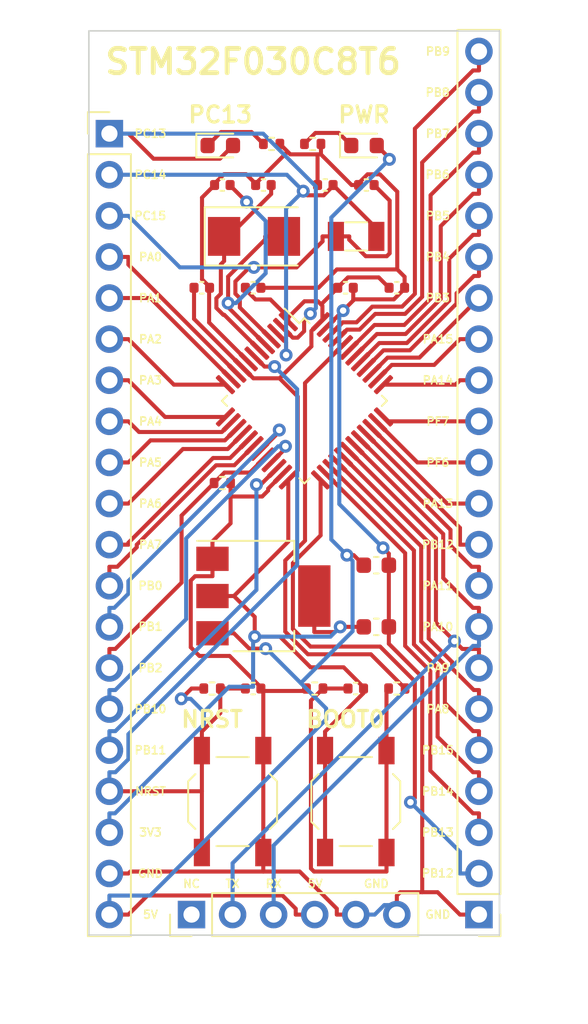
<source format=kicad_pcb>
(kicad_pcb (version 20211014) (generator pcbnew)
  (layers (0 "F.Cu" signal) (31 "B.Cu" signal) (34 "B.Paste" user) (35 "F.Paste" user) (36 "B.SilkS" user "B.Silkscreen") (37 "F.SilkS" user "F.Silkscreen") (38 "B.Mask" user) (39 "F.Mask" user) (44 "Edge.Cuts" user))
  (net 0 "")
  (net 1 "PA9")
  (net 2 "PA10")
  (net 3 "+5V")
  (net 4 "GND")
  (net 6 "PC14")
  (net 7 "PC15")
  (net 8 "PF0")
  (net 9 "PF1")
  (net 10 "Net-(C5-Pad1)")
  (net 11 "+3.3V")
  (net 12 "PB2")
  (net 13 "BOOT0")
  (net 14 "PC13")
  (net 15 "NRST")
  (net 16 "PA0")
  (net 17 "PA1")
  (net 18 "PA2")
  (net 19 "PA3")
  (net 20 "PA4")
  (net 21 "PA5")
  (net 22 "PA6")
  (net 23 "PA7")
  (net 24 "PB0")
  (net 25 "PB1")
  (net 26 "PB10")
  (net 27 "PB11")
  (net 28 "PB12")
  (net 29 "PB13")
  (net 30 "PB14")
  (net 31 "PB15")
  (net 32 "PA8")
  (net 33 "PA11")
  (net 34 "PA12")
  (net 35 "PA13")
  (net 36 "PF6")
  (net 37 "PF7")
  (net 38 "PA14")
  (net 39 "PA15")
  (net 40 "PB3")
  (net 41 "PB4")
  (net 42 "PB5")
  (net 43 "PB6")
  (net 44 "PB7")
  (net 45 "PB8")
  (net 46 "PB9")
  (net 47 "Net-(D1-Pad1)")
  (net 48 "Net-(D2-Pad1)")
  (footprint "Connector_PinHeader_2.54mm:PinHeader_1x20_P2.54mm_Vertical" (layer "F.Cu") (at 133.985 83.82)
    (fp_text reference "CH1" hide)
    (fp_text value "Conn_01x20_Male")
  )
  (footprint "Capacitor_SMD:C_0402_1005Metric" (layer "F.Cu") (at 140.97 86.995)
    (fp_text reference "C3" hide)
    (fp_text value "30pF")
  )
  (footprint "Package_QFP:LQFP-48_7x7mm_P0.5mm" (layer "F.Cu") (at 146.05 100.33 -45)
    (fp_text reference "U1" hide)
    (fp_text value "STM32F030C8T6")
  )
  (footprint "Resistor_SMD:R_0402_1005Metric" (layer "F.Cu") (at 140.335 118.11)
    (fp_text reference "R6" hide)
    (fp_text value "100KΩ")
  )
  (footprint "Resistor_SMD:R_0402_1005Metric" (layer "F.Cu") (at 140.97 105.41 180)
    (fp_text reference "R1" hide)
    (fp_text value "10KΩ")
  )
  (footprint "Resistor_SMD:R_0402_1005Metric" (layer "F.Cu") (at 144.02 84.455)
    (fp_text reference "R4" hide)
    (fp_text value "10KΩ")
  )
  (footprint "Button_Switch_SMD:SW_SPST_TL3342" (layer "F.Cu") (at 141.605 125.095 -90)
    (fp_text reference "SW1" hide)
    (fp_text value "SW_Push")
  )
  (footprint "Capacitor_SMD:C_0402_1005Metric" (layer "F.Cu") (at 149.225 118.11)
    (fp_text reference "C5" hide)
    (fp_text value "100nF")
  )
  (footprint "Connector_PinHeader_2.54mm:PinHeader_1x06_P2.54mm_Vertical" (layer "F.Cu") (at 139.065 132.08 90)
    (fp_text reference "UART1" hide)
    (fp_text value "Conn_01x06_Male")
  )
  (footprint "LED_SMD:LED_0603_1608Metric" (layer "F.Cu") (at 149.735 84.555)
    (fp_text reference "D2" hide)
    (fp_text value "19-217/GHC-YR1S2/3T")
  )
  (footprint "Capacitor_SMD:C_0402_1005Metric" (layer "F.Cu") (at 147.34 86.995)
    (fp_text reference "C1" hide)
    (fp_text value "15pF")
  )
  (footprint "Capacitor_SMD:C_0402_1005Metric" (layer "F.Cu") (at 151.765 93.345)
    (fp_text reference "C10" hide)
    (fp_text value "100nF")
  )
  (footprint "Capacitor_SMD:C_0402_1005Metric" (layer "F.Cu") (at 143.51 86.995)
    (fp_text reference "C4" hide)
    (fp_text value "30pF")
  )
  (footprint "Capacitor_SMD:C_0402_1005Metric" (layer "F.Cu") (at 148.59 93.345)
    (fp_text reference "C9" hide)
    (fp_text value "100nF")
  )
  (footprint "LED_SMD:LED_0603_1608Metric" (layer "F.Cu") (at 140.845 84.555)
    (fp_text reference "D1" hide)
    (fp_text value "19-217/BHC-ZL1M2RY/3T")
  )
  (footprint "Resistor_SMD:R_0402_1005Metric" (layer "F.Cu") (at 146.56 84.455)
    (fp_text reference "R5" hide)
    (fp_text value "10KΩ")
  )
  (footprint "Resistor_SMD:R_0402_1005Metric" (layer "F.Cu") (at 151.765 118.11)
    (fp_text reference "R3" hide)
    (fp_text value "1KΩ")
  )
  (footprint "Capacitor_SMD:C_0402_1005Metric" (layer "F.Cu") (at 142.875 93.345)
    (fp_text reference "C8" hide)
    (fp_text value "100nF")
  )
  (footprint "Capacitor_SMD:C_0402_1005Metric" (layer "F.Cu") (at 149.88 86.995)
    (fp_text reference "C2" hide)
    (fp_text value "15pF")
  )
  (footprint "Capacitor_SMD:C_0402_1005Metric" (layer "F.Cu") (at 139.7 93.345)
    (fp_text reference "C7" hide)
    (fp_text value "100nF")
  )
  (footprint "Resistor_SMD:R_0402_1005Metric" (layer "F.Cu") (at 146.685 118.11)
    (fp_text reference "R2" hide)
    (fp_text value "100KΩ")
  )
  (footprint "Capacitor_SMD:C_0603_1608Metric" (layer "F.Cu") (at 150.495 114.3)
    (fp_text reference "C12" hide)
    (fp_text value "22μF")
  )
  (footprint "Crystal:Crystal_SMD_3215-2Pin_3.2x1.5mm" (layer "F.Cu") (at 149.245 90.17 180)
    (fp_text reference "XTAL1" hide)
    (fp_text value "32.768KHz")
  )
  (footprint "Capacitor_SMD:C_0603_1608Metric" (layer "F.Cu") (at 150.495 110.49)
    (fp_text reference "C11" hide)
    (fp_text value "10μF")
  )
  (footprint "Capacitor_SMD:C_0402_1005Metric" (layer "F.Cu") (at 142.875 118.11)
    (fp_text reference "C13" hide)
    (fp_text value "100nF")
  )
  (footprint "Connector_PinHeader_2.54mm:PinHeader_1x22_P2.54mm_Vertical" (layer "F.Cu") (at 156.845 132.08 180)
    (fp_text reference "CH2" hide)
    (fp_text value "Conn_01x22_Male")
  )
  (footprint "Package_TO_SOT_SMD:SOT-223-3_TabPin2" (layer "F.Cu") (at 143.51 112.395)
    (fp_text reference "U2" hide)
    (fp_text value "AMS1117-3.3")
  )
  (footprint "Button_Switch_SMD:SW_SPST_TL3342" (layer "F.Cu") (at 149.225 125.095 90)
    (fp_text reference "SW2" hide)
    (fp_text value "SW_Push")
  )
  (footprint "Crystal:Crystal_SMD_5032-2Pin_5.0x3.2mm" (layer "F.Cu") (at 142.93 90.17)
    (fp_text reference "XTAL2" hide)
    (fp_text value "8MHz")
  )
  (gr_rect (start 132.715 77.47) (end 158.115 133.35) (layer "Edge.Cuts") (width 0.1) (fill none))
  (gr_text "PA9\n" (at 154.305 116.84) (layer "F.SilkS") (effects (font (size 0.5 0.5) (thickness 0.1))))
  (gr_text "PA6" (at 136.525 106.68) (layer "F.SilkS") (effects (font (size 0.5 0.5) (thickness 0.1))))
  (gr_text "PB1\n" (at 136.524999 114.283798) (layer "F.SilkS") (effects (font (size 0.5 0.5) (thickness 0.1))))
  (gr_text "PB0" (at 136.525 111.76) (layer "F.SilkS") (effects (font (size 0.5 0.5) (thickness 0.1))))
  (gr_text "PB2" (at 136.525 116.84) (layer "F.SilkS") (effects (font (size 0.5 0.5) (thickness 0.1))))
  (gr_text "STM32F030C8T6" (at 142.875 79.375) (layer "F.SilkS") (effects (font (size 1.5 1.5) (thickness 0.3))))
  (gr_text "NC" (at 139.065 130.175) (layer "F.SilkS") (effects (font (size 0.5 0.5) (thickness 0.1))))
  (gr_text "RX" (at 144.145 130.175) (layer "F.SilkS") (effects (font (size 0.5 0.5) (thickness 0.1))))
  (gr_text "PB10" (at 136.525 119.38) (layer "F.SilkS") (effects (font (size 0.5 0.5) (thickness 0.1))))
  (gr_text "PB9\n" (at 154.305 78.74) (layer "F.SilkS") (effects (font (size 0.5 0.5) (thickness 0.1))))
  (gr_text "PA7" (at 136.525 109.22) (layer "F.SilkS") (effects (font (size 0.5 0.5) (thickness 0.1))))
  (gr_text "PA15\n" (at 154.305 96.52) (layer "F.SilkS") (effects (font (size 0.5 0.5) (thickness 0.1))))
  (gr_text "TX" (at 141.605 130.175) (layer "F.SilkS") (effects (font (size 0.5 0.5) (thickness 0.1))))
  (gr_text "PB3\n" (at 154.302721 93.973755) (layer "F.SilkS") (effects (font (size 0.5 0.5) (thickness 0.1))))
  (gr_text "GND" (at 150.495 130.175) (layer "F.SilkS") (effects (font (size 0.5 0.5) (thickness 0.1))))
  (gr_text "PA11" (at 154.305 111.76) (layer "F.SilkS") (effects (font (size 0.5 0.5) (thickness 0.1))))
  (gr_text "PA14" (at 154.305 99.06) (layer "F.SilkS") (effects (font (size 0.5 0.5) (thickness 0.1))))
  (gr_text "PA0" (at 136.525 91.44) (layer "F.SilkS") (effects (font (size 0.5 0.5) (thickness 0.1))))
  (gr_text "PB14\n" (at 154.305 124.46) (layer "F.SilkS") (effects (font (size 0.5 0.5) (thickness 0.1))))
  (gr_text "PF7\n" (at 154.305 101.6) (layer "F.SilkS") (effects (font (size 0.5 0.5) (thickness 0.1))))
  (gr_text "PB12\n" (at 154.296349 129.526498) (layer "F.SilkS") (effects (font (size 0.5 0.5) (thickness 0.1))))
  (gr_text "PC14" (at 136.525 86.36) (layer "F.SilkS") (effects (font (size 0.5 0.5) (thickness 0.1))))
  (gr_text "GND" (at 136.525 129.54) (layer "F.SilkS") (effects (font (size 0.5 0.5) (thickness 0.1))))
  (gr_text "PB12" (at 154.305 109.22) (layer "F.SilkS") (effects (font (size 0.5 0.5) (thickness 0.1))))
  (gr_text "PB13\n" (at 154.305 127) (layer "F.SilkS") (effects (font (size 0.5 0.5) (thickness 0.1))))
  (gr_text "5V" (at 136.525 132.08) (layer "F.SilkS") (effects (font (size 0.5 0.5) (thickness 0.1))))
  (gr_text "PA13" (at 154.305 106.68) (layer "F.SilkS") (effects (font (size 0.5 0.5) (thickness 0.1))))
  (gr_text "5V" (at 146.715 130.175) (layer "F.SilkS") (effects (font (size 0.5 0.5) (thickness 0.1))))
  (gr_text "PB6\n" (at 154.289324 86.35288) (layer "F.SilkS") (effects (font (size 0.5 0.5) (thickness 0.1))))
  (gr_text "PA3" (at 136.519599 99.058016) (layer "F.SilkS") (effects (font (size 0.5 0.5) (thickness 0.1))))
  (gr_text "PB8" (at 154.289324 81.273406) (layer "F.SilkS") (effects (font (size 0.5 0.5) (thickness 0.1))))
  (gr_text "PB7\n" (at 154.305 83.82) (layer "F.SilkS") (effects (font (size 0.5 0.5) (thickness 0.1))))
  (gr_text "PB11" (at 136.525 121.92) (layer "F.SilkS") (effects (font (size 0.5 0.5) (thickness 0.1))))
  (gr_text "PA4" (at 136.525 101.6) (layer "F.SilkS") (effects (font (size 0.5 0.5) (thickness 0.1))))
  (gr_text "PA10\n" (at 154.305 114.3) (layer "F.SilkS") (effects (font (size 0.5 0.5) (thickness 0.1))))
  (gr_text "PC15" (at 136.512024 88.899474) (layer "F.SilkS") (effects (font (size 0.5 0.5) (thickness 0.1))))
  (gr_text "PB5\n" (at 154.305 88.9) (layer "F.SilkS") (effects (font (size 0.5 0.5) (thickness 0.1))))
  (gr_text "NRST" (at 140.335 120.015) (layer "F.SilkS") (effects (font (size 1 1) (thickness 0.2))))
  (gr_text "PB15" (at 154.305 121.92) (layer "F.SilkS") (effects (font (size 0.5 0.5) (thickness 0.1))))
  (gr_text "PA1" (at 136.525 93.98) (layer "F.SilkS") (effects (font (size 0.5 0.5) (thickness 0.1))))
  (gr_text "PC13" (at 140.845 82.65) (layer "F.SilkS") (effects (font (size 1 1) (thickness 0.2))))
  (gr_text "PA5" (at 136.525 104.14) (layer "F.SilkS") (effects (font (size 0.5 0.5) (thickness 0.1))))
  (gr_text "BOOT0" (at 148.59 120.015) (layer "F.SilkS") (effects (font (size 1 1) (thickness 0.2))))
  (gr_text "NRST" (at 136.525 124.46) (layer "F.SilkS") (effects (font (size 0.5 0.5) (thickness 0.1))))
  (gr_text "PA2" (at 136.525 96.52) (layer "F.SilkS") (effects (font (size 0.5 0.5) (thickness 0.1))))
  (gr_text "PB4\n" (at 154.305 91.44) (layer "F.SilkS") (effects (font (size 0.5 0.5) (thickness 0.1))))
  (gr_text "PF6\n" (at 154.305 104.14) (layer "F.SilkS") (effects (font (size 0.5 0.5) (thickness 0.1))))
  (gr_text "PWR" (at 149.735 82.65) (layer "F.SilkS") (effects (font (size 1 1) (thickness 0.2))))
  (gr_text "PC13" (at 136.525 83.82) (layer "F.SilkS") (effects (font (size 0.5 0.5) (thickness 0.1))))
  (gr_text "PA8\n" (at 154.305 119.38) (layer "F.SilkS") (effects (font (size 0.5 0.5) (thickness 0.1))))
  (gr_text "GND" (at 154.301033 132.079115) (layer "F.SilkS") (effects (font (size 0.5 0.5) (thickness 0.1))))
  (gr_text "3V3" (at 136.525 127) (layer "F.SilkS") (effects (font (size 0.5 0.5) (thickness 0.1))))
  (segment (start 155.3288 115.1783) (end 155.8154 115.6649) (width 0.25) (layer "F.Cu") (net 1))
  (segment (start 155.8154 115.6649) (end 156.845 115.6649) (width 0.25) (layer "F.Cu") (net 1))
  (segment (start 154.1844 114.0339) (end 155.3288 115.1783) (width 0.25) (layer "F.Cu") (net 1))
  (segment (start 154.1844 108.8179) (end 154.1844 114.0339) (width 0.25) (layer "F.Cu") (net 1))
  (segment (start 148.8166 103.4501) (end 154.1844 108.8179) (width 0.25) (layer "F.Cu") (net 1))
  (segment (start 156.845 116.84) (end 156.845 115.6649) (width 0.25) (layer "F.Cu") (net 1))
  (via (at 155.3288 115.1783) (size 0.8) (drill 0.4) (layers "F.Cu" "B.Cu") (net 1))
  (segment (start 141.605 128.9021) (end 141.605 130.9049) (width 0.25) (layer "B.Cu") (net 1))
  (segment (start 155.3288 115.1783) (end 141.605 128.9021) (width 0.25) (layer "B.Cu") (net 1))
  (segment (start 141.605 132.08) (end 141.605 130.9049) (width 0.25) (layer "B.Cu") (net 1))
  (segment (start 154.6345 108.561) (end 149.1701 103.0966) (width 0.25) (layer "F.Cu") (net 2))
  (segment (start 154.6345 111.2816) (end 154.6345 108.561) (width 0.25) (layer "F.Cu") (net 2))
  (segment (start 156.845 114.3) (end 156.845 113.1249) (width 0.25) (layer "F.Cu") (net 2))
  (segment (start 156.4778 113.1249) (end 154.6345 111.2816) (width 0.25) (layer "F.Cu") (net 2))
  (segment (start 156.845 113.1249) (end 156.4778 113.1249) (width 0.25) (layer "F.Cu") (net 2))
  (segment (start 156.4777 115.4751) (end 144.145 127.8078) (width 0.25) (layer "B.Cu") (net 2))
  (segment (start 144.145 132.08) (end 144.145 130.9049) (width 0.25) (layer "B.Cu") (net 2))
  (segment (start 156.845 115.4751) (end 156.4777 115.4751) (width 0.25) (layer "B.Cu") (net 2))
  (segment (start 156.845 114.3) (end 156.845 115.4751) (width 0.25) (layer "B.Cu") (net 2))
  (segment (start 144.145 127.8078) (end 144.145 130.9049) (width 0.25) (layer "B.Cu") (net 2))
  (segment (start 151.3039 85.4104) (end 151.3039 85.3364) (width 0.25) (layer "F.Cu") (net 3))
  (segment (start 135.1601 132.08) (end 136.3408 130.8993) (width 0.25) (layer "F.Cu") (net 3))
  (segment (start 145.5099 131.7148) (end 145.5099 132.08) (width 0.25) (layer "F.Cu") (net 3))
  (segment (start 133.985 132.08) (end 135.1601 132.08) (width 0.25) (layer "F.Cu") (net 3))
  (segment (start 143.6503 115.6465) (end 142.6366 115.6465) (width 0.25) (layer "F.Cu") (net 3))
  (segment (start 142.6366 115.6465) (end 141.6851 114.695) (width 0.25) (layer "F.Cu") (net 3))
  (segment (start 146.685 132.08) (end 145.5099 132.08) (width 0.25) (layer "F.Cu") (net 3))
  (segment (start 140.36 114.695) (end 141.6851 114.695) (width 0.25) (layer "F.Cu") (net 3))
  (segment (start 144.6944 130.8993) (end 145.5099 131.7148) (width 0.25) (layer "F.Cu") (net 3))
  (segment (start 136.3408 130.8993) (end 144.6944 130.8993) (width 0.25) (layer "F.Cu") (net 3))
  (segment (start 149.72 110.49) (end 149.0985 109.8685) (width 0.25) (layer "F.Cu") (net 3))
  (segment (start 151.3039 85.3364) (end 150.5225 84.555) (width 0.25) (layer "F.Cu") (net 3))
  (segment (start 149.0985 109.8685) (end 148.6754 109.8685) (width 0.25) (layer "F.Cu") (net 3))
  (via (at 143.6503 115.6465) (size 0.8) (drill 0.4) (layers "F.Cu" "B.Cu") (net 3))
  (via (at 151.3039 85.4104) (size 0.8) (drill 0.4) (layers "F.Cu" "B.Cu") (net 3))
  (via (at 148.6754 109.8685) (size 0.8) (drill 0.4) (layers "F.Cu" "B.Cu") (net 3))
  (segment (start 151.3039 85.4104) (end 147.7123 89.002) (width 0.25) (layer "B.Cu") (net 3))
  (segment (start 149.0264 110.2195) (end 148.6754 109.8685) (width 0.25) (layer "B.Cu") (net 3))
  (segment (start 133.985 130.9049) (end 136.5047 130.9049) (width 0.25) (layer "B.Cu") (net 3))
  (segment (start 145.824 117.7736) (end 143.6969 115.6465) (width 0.25) (layer "B.Cu") (net 3))
  (segment (start 143.6969 115.6465) (end 143.6503 115.6465) (width 0.25) (layer "B.Cu") (net 3))
  (segment (start 147.3912 120.0184) (end 147.3912 119.3408) (width 0.25) (layer "B.Cu") (net 3))
  (segment (start 147.7123 108.9054) (end 148.6754 109.8685) (width 0.25) (layer "B.Cu") (net 3))
  (segment (start 145.824 117.7736) (end 149.0264 114.5712) (width 0.25) (layer "B.Cu") (net 3))
  (segment (start 136.5047 130.9049) (end 147.3912 120.0184) (width 0.25) (layer "B.Cu") (net 3))
  (segment (start 147.3912 119.3408) (end 145.824 117.7736) (width 0.25) (layer "B.Cu") (net 3))
  (segment (start 133.985 132.08) (end 133.985 130.9049) (width 0.25) (layer "B.Cu") (net 3))
  (segment (start 147.7123 89.002) (end 147.7123 108.9054) (width 0.25) (layer "B.Cu") (net 3))
  (segment (start 149.0264 114.5712) (end 149.0264 110.2195) (width 0.25) (layer "B.Cu") (net 3))
  (segment (start 143.355 118.035) (end 141.4167 116.0967) (width 0.25) (layer "F.Cu") (net 4))
  (segment (start 148.0499 132.08) (end 148.0499 131.7128) (width 0.25) (layer "F.Cu") (net 4))
  (segment (start 142.4396 86.3242) (end 143.03 86.9146) (width 0.25) (layer "F.Cu") (net 4))
  (segment (start 151.7919 87.4078) (end 150.7187 86.3346) (width 0.25) (layer "F.Cu") (net 4))
  (segment (start 143.8077 105.8709) (end 143.8077 105.7543) (width 0.25) (layer "F.Cu") (net 4))
  (segment (start 151.5842 94.0602) (end 149.07 94.0602) (width 0.25) (layer "F.Cu") (net 4))
  (segment (start 139.0173 115.562) (end 139.0173 111.4377) (width 0.25) (layer "F.Cu") (net 4))
  (segment (start 149.225 132.08) (end 148.0499 132.08) (width 0.25) (layer "F.Cu") (net 4))
  (segment (start 141.48 106.2435) (end 141.48 105.41) (width 0.25) (layer "F.Cu") (net 4))
  (segment (start 143.505 129.4201) (end 135.28 129.4201) (width 0.25) (layer "F.Cu") (net 4))
  (segment (start 139.7132 92.8218) (end 140.18 93.2886) (width 0.25) (layer "F.Cu") (net 4))
  (segment (start 140.1529 95.4936) (end 142.5763 97.917) (width 0.25) (layer "F.Cu") (net 4))
  (segment (start 141.4167 116.0967) (end 139.552 116.0967) (width 0.25) (layer "F.Cu") (net 4))
  (segment (start 153.3359 130.6974) (end 153.3359 117.4076) (width 0.25) (layer "F.Cu") (net 4))
  (segment (start 151.7919 92.2124) (end 151.7919 87.4078) (width 0.25) (layer "F.Cu") (net 4))
  (segment (start 145.0098 84.9348) (end 145.1757 85.1007) (width 0.25) (layer "F.Cu") (net 4))
  (segment (start 139.2849 111.1701) (end 140.36 111.1701) (width 0.25) (layer "F.Cu") (net 4))
  (segment (start 145.1757 85.1007) (end 146.86 85.1007) (width 0.25) (layer "F.Cu") (net 4))
  (segment (start 143.505 118.26) (end 146.025 118.26) (width 0.25) (layer "F.Cu") (net 4))
  (segment (start 143.03 86.9146) (end 143.03 86.995) (width 0.25) (layer "F.Cu") (net 4))
  (segment (start 140.18 93.345) (end 140.1529 93.3721) (width 0.25) (layer "F.Cu") (net 4))
  (segment (start 154.2873 130.6974) (end 155.6699 132.08) (width 0.25) (layer "F.Cu") (net 4))
  (segment (start 143.355 118.11) (end 143.505 118.26) (width 0.25) (layer "F.Cu") (net 4))
  (segment (start 150.7187 86.3346) (end 149.9512 86.3346) (width 0.25) (layer "F.Cu") (net 4))
  (segment (start 148.0499 131.7128) (end 145.7572 129.4201) (width 0.25) (layer "F.Cu") (net 4))
  (segment (start 152.245 92.6655) (end 151.7919 92.2124) (width 0.25) (layer "F.Cu") (net 4))
  (segment (start 141.48 106.2435) (end 143.4351 106.2435) (width 0.25) (layer "F.Cu") (net 4))
  (segment (start 151.765 130.9049) (end 151.9725 130.6974) (width 0.25) (layer "F.Cu") (net 4))
  (segment (start 149.07 94.128) (end 149.07 94.0602) (width 0.25) (layer "F.Cu") (net 4))
  (segment (start 152.245 93.345) (end 152.245 92.6655) (width 0.25) (layer "F.Cu") (net 4))
  (segment (start 140.36 110.095) (end 140.36 109.0199) (width 0.25) (layer "F.Cu") (net 4))
  (segment (start 140.36 110.095) (end 140.36 111.1701) (width 0.25) (layer "F.Cu") (net 4))
  (segment (start 146.9204 93.345) (end 143.355 93.345) (width 0.25) (layer "F.Cu") (net 4))
  (segment (start 148.053 92.2124) (end 146.9204 93.345) (width 0.25) (layer "F.Cu") (net 4))
  (segment (start 146.86 85.1007) (end 147.07 85.1007) (width 0.25) (layer "F.Cu") (net 4))
  (segment (start 139.0173 111.4377) (end 139.2849 111.1701) (width 0.25) (layer "F.Cu") (net 4))
  (segment (start 147.4023 95.7957) (end 148.4426 94.7554) (width 0.25) (layer "F.Cu") (net 4))
  (segment (start 145.7572 129.4201) (end 143.505 129.4201) (width 0.25) (layer "F.Cu") (net 4))
  (segment (start 151.9725 130.6974) (end 153.3359 130.6974) (width 0.25) (layer "F.Cu") (net 4))
  (segment (start 140.49 86.995) (end 139.7132 87.7718) (width 0.25) (layer "F.Cu") (net 4))
  (segment (start 146.86 85.1007) (end 146.86 86.995) (width 0.25) (layer "F.Cu") (net 4))
  (segment (start 151.27 110.49) (end 151.27 109.7744) (width 0.25) (layer "F.Cu") (net 4))
  (segment (start 143.355 118.11) (end 143.355 118.035) (width 0.25) (layer "F.Cu") (net 4))
  (segment (start 139.552 116.0967) (end 139.0173 115.562) (width 0.25) (layer "F.Cu") (net 4))
  (segment (start 151.27 114.3) (end 151.27 110.49) (width 0.25) (layer "F.Cu") (net 4))
  (segment (start 143.505 121.945) (end 143.505 128.245) (width 0.25) (layer "F.Cu") (net 4))
  (segment (start 146.025 118.26) (end 146.175 118.11) (width 0.25) (layer "F.Cu") (net 4))
  (segment (start 143.505 121.3574) (end 143.505 120.7699) (width 0.25) (layer "F.Cu") (net 4))
  (segment (start 156.845 132.08) (end 155.6699 132.08) (width 0.25) (layer "F.Cu") (net 4))
  (segment (start 153.3359 117.4076) (end 151.27 115.3417) (width 0.25) (layer "F.Cu") (net 4))
  (segment (start 140.49 86.995) (end 140.49 86.9111) (width 0.25) (layer "F.Cu") (net 4))
  (segment (start 151.27 115.3417) (end 151.27 114.3) (width 0.25) (layer "F.Cu") (net 4))
  (segment (start 139.7132 87.7718) (end 139.7132 92.8218) (width 0.25) (layer "F.Cu") (net 4))
  (segment (start 143.505 118.26) (end 143.505 120.7699) (width 0.25) (layer "F.Cu") (net 4))
  (segment (start 143.4351 106.2435) (end 143.8077 105.8709) (width 0.25) (layer "F.Cu") (net 4))
  (segment (start 147.07 85.1007) (end 148.9643 86.995) (width 0.25) (layer "F.Cu") (net 4))
  (segment (start 135.28 129.4201) (end 135.1601 129.54) (width 0.25) (layer "F.Cu") (net 4))
  (segment (start 140.49 86.9111) (end 141.0769 86.3242) (width 0.25) (layer "F.Cu") (net 4))
  (segment (start 133.985 129.54) (end 135.1601 129.54) (width 0.25) (layer "F.Cu") (net 4))
  (segment (start 141.0769 86.3242) (end 142.4396 86.3242) (width 0.25) (layer "F.Cu") (net 4))
  (segment (start 152.245 93.3994) (end 151.5842 94.0602) (width 0.25) (layer "F.Cu") (net 4))
  (segment (start 149.4 86.8858) (end 149.4 86.995) (width 0.25) (layer "F.Cu") (net 4))
  (segment (start 144.53 84.455) (end 145.0098 84.9348) (width 0.25) (layer "F.Cu") (net 4))
  (segment (start 140.1529 93.3721) (end 140.1529 95.4936) (width 0.25) (layer "F.Cu") (net 4))
  (segment (start 147.07 85.1007) (end 147.07 84.455) (width 0.25) (layer "F.Cu") (net 4))
  (segment (start 141.48 107.8999) (end 141.48 106.2435) (width 0.25) (layer "F.Cu") (net 4))
  (segment (start 143.505 128.245) (end 143.505 129.4201) (width 0.25) (layer "F.Cu") (net 4))
  (segment (start 140.36 109.0199) (end 141.48 107.8999) (width 0.25) (layer "F.Cu") (net 4))
  (segment (start 152.245 93.345) (end 152.245 93.3994) (width 0.25) (layer "F.Cu") (net 4))
  (segment (start 148.4426 94.7554) (end 149.07 94.128) (width 0.25) (layer "F.Cu") (net 4))
  (segment (start 151.7919 92.2124) (end 148.053 92.2124) (width 0.25) (layer "F.Cu") (net 4))
  (segment (start 148.9643 86.995) (end 149.4 86.995) (width 0.25) (layer "F.Cu") (net 4))
  (segment (start 145.0098 84.9348) (end 143.03 86.9146) (width 0.25) (layer "F.Cu") (net 4))
  (segment (start 151.765 132.08) (end 151.765 130.9049) (width 0.25) (layer "F.Cu") (net 4))
  (segment (start 149.9512 86.3346) (end 149.4 86.8858) (width 0.25) (layer "F.Cu") (net 4))
  (segment (start 143.505 121.3574) (end 143.505 121.945) (width 0.25) (layer "F.Cu") (net 4))
  (segment (start 151.27 109.7744) (end 150.9092 109.4136) (width 0.25) (layer "F.Cu") (net 4))
  (segment (start 149.07 94.0602) (end 149.07 93.345) (width 0.25) (layer "F.Cu") (net 4))
  (segment (start 143.8077 105.7543) (end 144.6977 104.8643) (width 0.25) (layer "F.Cu") (net 4))
  (segment (start 153.3359 130.6974) (end 154.2873 130.6974) (width 0.25) (layer "F.Cu") (net 4))
  (segment (start 140.18 93.2886) (end 140.18 93.345) (width 0.25) (layer "F.Cu") (net 4))
  (via (at 148.4426 94.7554) (size 0.8) (drill 0.4) (layers "F.Cu" "B.Cu") (net 4))
  (via (at 150.9092 109.4136) (size 0.8) (drill 0.4) (layers "F.Cu" "B.Cu") (net 4))
  (segment (start 151.765 132.08) (end 151.765 131.4924) (width 0.25) (layer "B.Cu") (net 4))
  (segment (start 148.2063 94.9917) (end 148.4426 94.7554) (width 0.25) (layer "B.Cu") (net 4))
  (segment (start 151.765 131.4924) (end 150.9877 131.4924) (width 0.25) (layer "B.Cu") (net 4))
  (segment (start 150.9092 109.4136) (end 148.2063 106.7107) (width 0.25) (layer "B.Cu") (net 4))
  (segment (start 149.225 132.08) (end 150.4001 132.08) (width 0.25) (layer "B.Cu") (net 4))
  (segment (start 150.9877 131.4924) (end 150.4001 132.08) (width 0.25) (layer "B.Cu") (net 4))
  (segment (start 148.2063 106.7107) (end 148.2063 94.9917) (width 0.25) (layer "B.Cu") (net 4))
  (segment (start 150.495 90.17) (end 150.495 89.67) (width 0.25) (layer "F.Cu") (net 6))
  (segment (start 147.2405 87.6307) (end 146.2301 87.6307) (width 0.25) (layer "F.Cu") (net 6))
  (segment (start 147.82 86.995) (end 147.8243 86.9993) (width 0.25) (layer "F.Cu") (net 6))
  (segment (start 146.2301 87.6307) (end 145.9741 87.3747) (width 0.25) (layer "F.Cu") (net 6))
  (segment (start 147.8243 86.9993) (end 147.8244 86.9993) (width 0.25) (layer "F.Cu") (net 6))
  (segment (start 144.3441 96.1492) (end 144.9132 96.7183) (width 0.25) (layer "F.Cu") (net 6))
  (segment (start 147.82 86.995) (end 147.82 87.0512) (width 0.25) (layer "F.Cu") (net 6))
  (segment (start 144.9132 96.7183) (end 144.9132 97.4986) (width 0.25) (layer "F.Cu") (net 6))
  (segment (start 147.8244 86.9994) (end 150.495 89.67) (width 0.25) (layer "F.Cu") (net 6))
  (segment (start 147.82 87.0512) (end 147.2405 87.6307) (width 0.25) (layer "F.Cu") (net 6))
  (segment (start 147.8244 86.9993) (end 147.8244 86.9994) (width 0.25) (layer "F.Cu") (net 6))
  (via (at 144.9132 97.4986) (size 0.8) (drill 0.4) (layers "F.Cu" "B.Cu") (net 6))
  (via (at 145.9741 87.3747) (size 0.8) (drill 0.4) (layers "F.Cu" "B.Cu") (net 6))
  (segment (start 144.9132 88.4356) (end 144.9132 97.4986) (width 0.25) (layer "B.Cu") (net 6))
  (segment (start 144.9594 86.36) (end 135.1601 86.36) (width 0.25) (layer "B.Cu") (net 6))
  (segment (start 145.9741 87.3747) (end 144.9594 86.36) (width 0.25) (layer "B.Cu") (net 6))
  (segment (start 145.9741 87.3747) (end 144.9132 88.4356) (width 0.25) (layer "B.Cu") (net 6))
  (segment (start 133.985 86.36) (end 135.1601 86.36) (width 0.25) (layer "B.Cu") (net 6))
  (segment (start 142.9197 92.0857) (end 142.9197 92.0856) (width 0.25) (layer "F.Cu") (net 7))
  (segment (start 142.0532 93.99) (end 141.7782 93.715) (width 0.25) (layer "F.Cu") (net 7))
  (segment (start 149.839 91.3952) (end 148.8201 90.3763) (width 0.25) (layer "F.Cu") (net 7))
  (segment (start 141.7782 92.9519) (end 142.6444 92.0857) (width 0.25) (layer "F.Cu") (net 7))
  (segment (start 151.3202 91.2171) (end 151.1421 91.3952) (width 0.25) (layer "F.Cu") (net 7))
  (segment (start 151.3202 87.9552) (end 151.3202 91.2171) (width 0.25) (layer "F.Cu") (net 7))
  (segment (start 145.5637 92.0856) (end 142.9197 92.0856) (width 0.25) (layer "F.Cu") (net 7))
  (segment (start 147.1699 90.4794) (end 145.5637 92.0856) (width 0.25) (layer "F.Cu") (net 7))
  (segment (start 147.1699 90.17) (end 147.1699 90.4794) (width 0.25) (layer "F.Cu") (net 7))
  (segment (start 147.995 90.17) (end 148.8201 90.17) (width 0.25) (layer "F.Cu") (net 7))
  (segment (start 151.1421 91.3952) (end 149.839 91.3952) (width 0.25) (layer "F.Cu") (net 7))
  (segment (start 142.6444 92.0857) (end 142.9197 92.0857) (width 0.25) (layer "F.Cu") (net 7))
  (segment (start 142.0532 94.5654) (end 142.0532 93.99) (width 0.25) (layer "F.Cu") (net 7))
  (segment (start 148.8201 90.3763) (end 148.8201 90.17) (width 0.25) (layer "F.Cu") (net 7))
  (segment (start 150.36 86.995) (end 151.3202 87.9552) (width 0.25) (layer "F.Cu") (net 7))
  (segment (start 147.995 90.17) (end 147.1699 90.17) (width 0.25) (layer "F.Cu") (net 7))
  (segment (start 143.9906 96.5028) (end 142.0532 94.5654) (width 0.25) (layer "F.Cu") (net 7))
  (segment (start 141.7782 93.715) (end 141.7782 92.9519) (width 0.25) (layer "F.Cu") (net 7))
  (via (at 142.9197 92.0856) (size 0.8) (drill 0.4) (layers "F.Cu" "B.Cu") (net 7))
  (segment (start 142.9197 92.0856) (end 138.3457 92.0856) (width 0.25) (layer "B.Cu") (net 7))
  (segment (start 138.3457 92.0856) (end 135.1601 88.9) (width 0.25) (layer "B.Cu") (net 7))
  (segment (start 133.985 88.9) (end 135.1601 88.9) (width 0.25) (layer "B.Cu") (net 7))
  (segment (start 144.78 90.17) (end 143.6206 90.17) (width 0.25) (layer "F.Cu") (net 8))
  (segment (start 141.3281 92.6518) (end 141.3281 94.2904) (width 0.25) (layer "F.Cu") (net 8))
  (segment (start 143.6206 90.3593) (end 141.3281 92.6518) (width 0.25) (layer "F.Cu") (net 8))
  (segment (start 142.4714 88.0426) (end 141.45 87.0212) (width 0.25) (layer "F.Cu") (net 8))
  (segment (start 143.6206 90.17) (end 143.6206 90.3593) (width 0.25) (layer "F.Cu") (net 8))
  (segment (start 141.45 87.0212) (end 141.45 86.995) (width 0.25) (layer "F.Cu") (net 8))
  (segment (start 141.3281 94.5474) (end 143.637 96.8563) (width 0.25) (layer "F.Cu") (net 8))
  (segment (start 141.3281 94.2904) (end 141.3281 94.5474) (width 0.25) (layer "F.Cu") (net 8))
  (via (at 142.4714 88.0426) (size 0.8) (drill 0.4) (layers "F.Cu" "B.Cu") (net 8))
  (via (at 141.3281 94.2904) (size 0.8) (drill 0.4) (layers "F.Cu" "B.Cu") (net 8))
  (segment (start 143.6505 89.2217) (end 142.4714 88.0426) (width 0.25) (layer "B.Cu") (net 8))
  (segment (start 141.8108 94.2904) (end 143.6505 92.4507) (width 0.25) (layer "B.Cu") (net 8))
  (segment (start 143.6505 92.4507) (end 143.6505 89.2217) (width 0.25) (layer "B.Cu") (net 8))
  (segment (start 141.3281 94.2904) (end 141.8108 94.2904) (width 0.25) (layer "B.Cu") (net 8))
  (segment (start 141.0278 95.0155) (end 141.089 95.0155) (width 0.25) (layer "F.Cu") (net 9))
  (segment (start 141.1809 90.3586) (end 143.99 87.5495) (width 0.25) (layer "F.Cu") (net 9))
  (segment (start 140.878 91.8971) (end 140.878 93.7151) (width 0.25) (layer "F.Cu") (net 9))
  (segment (start 141.08 91.6951) (end 140.878 91.8971) (width 0.25) (layer "F.Cu") (net 9))
  (segment (start 141.08 90.17) (end 141.08 90.3586) (width 0.25) (layer "F.Cu") (net 9))
  (segment (start 141.08 90.3586) (end 141.08 90.9246) (width 0.25) (layer "F.Cu") (net 9))
  (segment (start 141.08 90.9325) (end 141.08 90.9246) (width 0.25) (layer "F.Cu") (net 9))
  (segment (start 140.603 93.9901) (end 140.603 94.5907) (width 0.25) (layer "F.Cu") (net 9))
  (segment (start 141.089 95.0155) (end 143.2834 97.2099) (width 0.25) (layer "F.Cu") (net 9))
  (segment (start 141.08 90.9325) (end 141.08 91.6951) (width 0.25) (layer "F.Cu") (net 9))
  (segment (start 143.99 87.5495) (end 143.99 86.995) (width 0.25) (layer "F.Cu") (net 9))
  (segment (start 140.603 94.5907) (end 141.0278 95.0155) (width 0.25) (layer "F.Cu") (net 9))
  (segment (start 140.878 93.7151) (end 140.603 93.9901) (width 0.25) (layer "F.Cu") (net 9))
  (segment (start 141.08 90.3586) (end 141.1809 90.3586) (width 0.25) (layer "F.Cu") (net 9))
  (segment (start 146.6398 129.4201) (end 151.125 129.4201) (width 0.25) (layer "F.Cu") (net 10))
  (segment (start 147.195 118.11) (end 146.4506 118.8544) (width 0.25) (layer "F.Cu") (net 10))
  (segment (start 151.125 128.245) (end 151.125 121.945) (width 0.25) (layer "F.Cu") (net 10))
  (segment (start 151.125 120.7699) (end 151.125 118.24) (width 0.25) (layer "F.Cu") (net 10))
  (segment (start 147.195 118.11) (end 148.745 118.11) (width 0.25) (layer "F.Cu") (net 10))
  (segment (start 146.4506 118.8544) (end 146.4506 129.2309) (width 0.25) (layer "F.Cu") (net 10))
  (segment (start 151.125 121.945) (end 151.125 120.7699) (width 0.25) (layer "F.Cu") (net 10))
  (segment (start 146.4506 129.2309) (end 146.6398 129.4201) (width 0.25) (layer "F.Cu") (net 10))
  (segment (start 151.125 128.245) (end 151.125 129.4201) (width 0.25) (layer "F.Cu") (net 10))
  (segment (start 151.125 118.24) (end 151.255 118.11) (width 0.25) (layer "F.Cu") (net 10))
  (segment (start 142.973 114.905) (end 144.5369 114.905) (width 0.25) (layer "F.Cu") (net 11))
  (segment (start 147.325 121.945) (end 147.325 120.7699) (width 0.25) (layer "F.Cu") (net 11))
  (segment (start 142.8925 98.9403) (end 144.5087 98.9403) (width 0.25) (layer "F.Cu") (net 11))
  (segment (start 149.705 118.3899) (end 147.325 120.7699) (width 0.25) (layer "F.Cu") (net 11))
  (segment (start 145.0512 109.0289) (end 145.0512 105.2179) (width 0.25) (layer "F.Cu") (net 11))
  (segment (start 148.7405 92.706) (end 150.646 92.706) (width 0.25) (layer "F.Cu") (net 11))
  (segment (start 142.973 113.6829) (end 142.973 114.905) (width 0.25) (layer "F.Cu") (net 11))
  (segment (start 143.9412 94.0668) (end 143.0249 94.0668) (width 0.25) (layer "F.Cu") (net 11))
  (segment (start 139.065 118.11) (end 139.825 118.11) (width 0.25) (layer "F.Cu") (net 11))
  (segment (start 147.0488 95.4421) (end 147.1614 95.3295) (width 0.25) (layer "F.Cu") (net 11))
  (segment (start 147.0789 94.3761) (end 146.8842 94.1814) (width 0.25) (layer "F.Cu") (net 11))
  (segment (start 146.0466 94.1814) (end 145.0512 95.1768) (width 0.25) (layer "F.Cu") (net 11))
  (segment (start 145.6354 100.067) (end 144.5087 98.9403) (width 0.25) (layer "F.Cu") (net 11))
  (segment (start 143.0249 94.0668) (end 142.395 93.4369) (width 0.25) (layer "F.Cu") (net 11))
  (segment (start 145.0512 95.1768) (end 145.0512 95.4421) (width 0.25) (layer "F.Cu") (net 11))
  (segment (start 148.11 93.345) (end 148.11 93.3365) (width 0.25) (layer "F.Cu") (net 11))
  (segment (start 146.66 112.395) (end 146.66 114.6201) (width 0.25) (layer "F.Cu") (net 11))
  (segment (start 150.646 92.706) (end 151.285 93.345) (width 0.25) (layer "F.Cu") (net 11))
  (segment (start 147.1614 95.3295) (end 147.1614 94.4586) (width 0.25) (layer "F.Cu") (net 11))
  (segment (start 139.22 93.345) (end 139.22 95.2678) (width 0.25) (layer "F.Cu") (net 11))
  (segment (start 148.11 93.3365) (end 148.7405 92.706) (width 0.25) (layer "F.Cu") (net 11))
  (segment (start 144.5369 114.905) (end 146.4316 116.7997) (width 0.25) (layer "F.Cu") (net 11))
  (segment (start 140.36 112.395) (end 141.0226 112.395) (width 0.25) (layer "F.Cu") (net 11))
  (segment (start 144.5087 98.9403) (end 146.4804 96.9686) (width 0.25) (layer "F.Cu") (net 11))
  (segment (start 141.6851 112.395) (end 142.973 113.6829) (width 0.25) (layer "F.Cu") (net 11))
  (segment (start 147.0789 94.3761) (end 148.11 93.345) (width 0.25) (layer "F.Cu") (net 11))
  (segment (start 149.72 114.3) (end 148.2655 114.3) (width 0.25) (layer "F.Cu") (net 11))
  (segment (start 142.395 93.4369) (end 142.395 93.345) (width 0.25) (layer "F.Cu") (net 11))
  (segment (start 139.22 95.2678) (end 142.2228 98.2706) (width 0.25) (layer "F.Cu") (net 11))
  (segment (start 147.9454 114.6201) (end 146.66 114.6201) (width 0.25) (layer "F.Cu") (net 11))
  (segment (start 141.6851 112.395) (end 145.0512 109.0289) (width 0.25) (layer "F.Cu") (net 11))
  (segment (start 149.705 118.11) (end 149.705 118.3899) (width 0.25) (layer "F.Cu") (net 11))
  (segment (start 141.0226 112.395) (end 141.6851 112.395) (width 0.25) (layer "F.Cu") (net 11))
  (segment (start 142.2228 98.2706) (end 142.8925 98.9403) (width 0.25) (layer "F.Cu") (net 11))
  (segment (start 148.4767 116.7997) (end 149.705 118.028) (width 0.25) (layer "F.Cu") (net 11))
  (segment (start 146.4804 96.9686) (end 146.4804 96.0105) (width 0.25) (layer "F.Cu") (net 11))
  (segment (start 147.325 121.945) (end 147.325 128.245) (width 0.25) (layer "F.Cu") (net 11))
  (segment (start 138.43 118.745) (end 139.065 118.11) (width 0.25) (layer "F.Cu") (net 11))
  (segment (start 148.2655 114.3) (end 147.9454 114.6201) (width 0.25) (layer "F.Cu") (net 11))
  (segment (start 146.8842 94.1814) (end 146.0466 94.1814) (width 0.25) (layer "F.Cu") (net 11))
  (segment (start 145.0512 105.2179) (end 145.6354 104.6337) (width 0.25) (layer "F.Cu") (net 11))
  (segment (start 146.4804 96.0105) (end 147.0488 95.4421) (width 0.25) (layer "F.Cu") (net 11))
  (segment (start 145.0512 95.1768) (end 143.9412 94.0668) (width 0.25) (layer "F.Cu") (net 11))
  (segment (start 145.6354 104.6337) (end 145.6354 100.067) (width 0.25) (layer "F.Cu") (net 11))
  (segment (start 149.705 118.028) (end 149.705 118.11) (width 0.25) (layer "F.Cu") (net 11))
  (segment (start 146.4316 116.7997) (end 148.4767 116.7997) (width 0.25) (layer "F.Cu") (net 11))
  (segment (start 147.1614 94.4586) (end 147.0789 94.3761) (width 0.25) (layer "F.Cu") (net 11))
  (via (at 138.43 118.745) (size 0.8) (drill 0.4) (layers "F.Cu" "B.Cu") (net 11))
  (via (at 142.973 114.905) (size 0.8) (drill 0.4) (layers "F.Cu" "B.Cu") (net 11))
  (via (at 148.2655 114.3) (size 0.8) (drill 0.4) (layers "F.Cu" "B.Cu") (net 11))
  (segment (start 142.8743 115.0037) (end 142.973 114.905) (width 0.25) (layer "B.Cu") (net 11))
  (segment (start 141.3932 117.9994) (end 142.8743 117.9994) (width 0.25) (layer "B.Cu") (net 11))
  (segment (start 133.985 125.8249) (end 134.3289 125.8249) (width 0.25) (layer "B.Cu") (net 11))
  (segment (start 133.985 127) (end 133.985 125.8249) (width 0.25) (layer "B.Cu") (net 11))
  (segment (start 142.8743 117.9994) (end 142.8743 115.0037) (width 0.25) (layer "B.Cu") (net 11))
  (segment (start 139.8296 119.563) (end 139.0116 118.745) (width 0.25) (layer "B.Cu") (net 11))
  (segment (start 139.0116 118.745) (end 138.43 118.745) (width 0.25) (layer "B.Cu") (net 11))
  (segment (start 147.6605 114.905) (end 148.2655 114.3) (width 0.25) (layer "B.Cu") (net 11))
  (segment (start 134.3289 125.8249) (end 139.8296 120.3242) (width 0.25) (layer "B.Cu") (net 11))
  (segment (start 142.973 114.905) (end 147.6605 114.905) (width 0.25) (layer "B.Cu") (net 11))
  (segment (start 139.8296 120.3242) (end 139.8296 119.563) (width 0.25) (layer "B.Cu") (net 11))
  (segment (start 139.8296 119.563) (end 141.3932 117.9994) (width 0.25) (layer "B.Cu") (net 11))
  (segment (start 143.637 103.8037) (end 142.6763 104.7644) (width 0.25) (layer "F.Cu") (net 12))
  (segment (start 138.4493 107.4207) (end 140.46 105.41) (width 0.25) (layer "F.Cu") (net 12))
  (segment (start 133.985 115.6649) (end 134.3502 115.6649) (width 0.25) (layer "F.Cu") (net 12))
  (segment (start 142.6763 104.7644) (end 141.1056 104.7644) (width 0.25) (layer "F.Cu") (net 12))
  (segment (start 134.3502 115.6649) (end 138.4493 111.5658) (width 0.25) (layer "F.Cu") (net 12))
  (segment (start 133.985 116.84) (end 133.985 115.6649) (width 0.25) (layer "F.Cu") (net 12))
  (segment (start 138.4493 111.5658) (end 138.4493 107.4207) (width 0.25) (layer "F.Cu") (net 12))
  (segment (start 141.1056 104.7644) (end 140.46 105.41) (width 0.25) (layer "F.Cu") (net 12))
  (segment (start 146.2639 115.9953) (end 144.8629 114.5943) (width 0.25) (layer "F.Cu") (net 13))
  (segment (start 146.0856 108.9731) (end 146.0856 99.2337) (width 0.25) (layer "F.Cu") (net 13))
  (segment (start 152.275 118.11) (end 150.1603 115.9953) (width 0.25) (layer "F.Cu") (net 13))
  (segment (start 146.0856 99.2337) (end 148.463 96.8563) (width 0.25) (layer "F.Cu") (net 13))
  (segment (start 144.8629 110.1958) (end 146.0856 108.9731) (width 0.25) (layer "F.Cu") (net 13))
  (segment (start 144.8629 114.5943) (end 144.8629 110.1958) (width 0.25) (layer "F.Cu") (net 13))
  (segment (start 150.1603 115.9953) (end 146.2639 115.9953) (width 0.25) (layer "F.Cu") (net 13))
  (segment (start 136.7104 85.3703) (end 135.1601 83.82) (width 0.25) (layer "F.Cu") (net 14))
  (segment (start 146.0302 95.3303) (end 146.0302 96.0299) (width 0.25) (layer "F.Cu") (net 14))
  (segment (start 146.0302 96.0299) (end 145.6308 96.4293) (width 0.25) (layer "F.Cu") (net 14))
  (segment (start 145.3313 96.4293) (end 144.6977 95.7957) (width 0.25) (layer "F.Cu") (net 14))
  (segment (start 140.8172 85.3703) (end 136.7104 85.3703) (width 0.25) (layer "F.Cu") (net 14))
  (segment (start 145.6308 96.4293) (end 145.3313 96.4293) (width 0.25) (layer "F.Cu") (net 14))
  (segment (start 146.415 94.9455) (end 146.0302 95.3303) (width 0.25) (layer "F.Cu") (net 14))
  (segment (start 133.985 83.82) (end 135.1601 83.82) (width 0.25) (layer "F.Cu") (net 14))
  (segment (start 141.6325 84.555) (end 140.8172 85.3703) (width 0.25) (layer "F.Cu") (net 14))
  (via (at 146.415 94.9455) (size 0.8) (drill 0.4) (layers "F.Cu" "B.Cu") (net 14))
  (segment (start 143.4931 83.82) (end 146.7551 87.082) (width 0.25) (layer "B.Cu") (net 14))
  (segment (start 146.7551 87.082) (end 146.7551 94.6054) (width 0.25) (layer "B.Cu") (net 14))
  (segment (start 146.7551 94.6054) (end 146.415 94.9455) (width 0.25) (layer "B.Cu") (net 14))
  (segment (start 133.985 83.82) (end 143.4931 83.82) (width 0.25) (layer "B.Cu") (net 14))
  (segment (start 143.5817 98.2152) (end 142.9299 97.5634) (width 0.25) (layer "F.Cu") (net 15))
  (segment (start 140.845 119.6299) (end 139.705 120.7699) (width 0.25) (layer "F.Cu") (net 15))
  (segment (start 133.985 124.46) (end 135.1601 124.46) (width 0.25) (layer "F.Cu") (net 15))
  (segment (start 139.705 121.3574) (end 139.705 121.945) (width 0.25) (layer "F.Cu") (net 15))
  (segment (start 139.705 124.46) (end 139.705 128.245) (width 0.25) (layer "F.Cu") (net 15))
  (segment (start 142.395 118.11) (end 140.845 118.11) (width 0.25) (layer "F.Cu") (net 15))
  (segment (start 139.705 121.945) (end 139.705 122.5325) (width 0.25) (layer "F.Cu") (net 15))
  (segment (start 139.705 124.46) (end 135.1601 124.46) (width 0.25) (layer "F.Cu") (net 15))
  (segment (start 140.845 118.11) (end 140.845 119.6299) (width 0.25) (layer "F.Cu") (net 15))
  (segment (start 139.705 121.3574) (end 139.705 120.7699) (width 0.25) (layer "F.Cu") (net 15))
  (segment (start 144.2028 98.2152) (end 143.5817 98.2152) (width 0.25) (layer "F.Cu") (net 15))
  (segment (start 139.705 122.5325) (end 139.705 124.46) (width 0.25) (layer "F.Cu") (net 15))
  (via (at 144.2028 98.2152) (size 0.8) (drill 0.4) (layers "F.Cu" "B.Cu") (net 15))
  (segment (start 145.6008 99.6132) (end 144.2028 98.2152) (width 0.25) (layer "B.Cu") (net 15))
  (segment (start 133.985 124.46) (end 133.985 123.2849) (width 0.25) (layer "B.Cu") (net 15))
  (segment (start 134.3523 123.2849) (end 135.1601 122.4771) (width 0.25) (layer "B.Cu") (net 15))
  (segment (start 135.1601 122.4771) (end 135.1601 120.9321) (width 0.25) (layer "B.Cu") (net 15))
  (segment (start 145.6008 110.4914) (end 145.6008 99.6132) (width 0.25) (layer "B.Cu") (net 15))
  (segment (start 133.985 123.2849) (end 134.3523 123.2849) (width 0.25) (layer "B.Cu") (net 15))
  (segment (start 135.1601 120.9321) (end 145.6008 110.4914) (width 0.25) (layer "B.Cu") (net 15))
  (segment (start 133.985 91.44) (end 135.1601 91.44) (width 0.25) (layer "F.Cu") (net 16))
  (segment (start 135.1601 91.915) (end 141.8692 98.6241) (width 0.25) (layer "F.Cu") (net 16))
  (segment (start 135.1601 91.44) (end 135.1601 91.915) (width 0.25) (layer "F.Cu") (net 16))
  (segment (start 133.985 93.98) (end 135.1601 93.98) (width 0.25) (layer "F.Cu") (net 17))
  (segment (start 135.1601 93.98) (end 136.518 93.98) (width 0.25) (layer "F.Cu") (net 17))
  (segment (start 136.518 93.98) (end 141.5157 98.9777) (width 0.25) (layer "F.Cu") (net 17))
  (segment (start 133.985 96.52) (end 135.1601 96.52) (width 0.25) (layer "F.Cu") (net 18))
  (segment (start 135.1601 96.52) (end 137.9713 99.3312) (width 0.25) (layer "F.Cu") (net 18))
  (segment (start 137.9713 99.3312) (end 141.1621 99.3312) (width 0.25) (layer "F.Cu") (net 18))
  (segment (start 141.1621 101.3288) (end 137.4289 101.3288) (width 0.25) (layer "F.Cu") (net 19))
  (segment (start 137.4289 101.3288) (end 135.1601 99.06) (width 0.25) (layer "F.Cu") (net 19))
  (segment (start 133.985 99.06) (end 135.1601 99.06) (width 0.25) (layer "F.Cu") (net 19))
  (segment (start 135.8179 102.2578) (end 135.1601 101.6) (width 0.25) (layer "F.Cu") (net 20))
  (segment (start 140.9402 102.2578) (end 135.8179 102.2578) (width 0.25) (layer "F.Cu") (net 20))
  (segment (start 133.985 101.6) (end 135.1601 101.6) (width 0.25) (layer "F.Cu") (net 20))
  (segment (start 141.5157 101.6823) (end 140.9402 102.2578) (width 0.25) (layer "F.Cu") (net 20))
  (segment (start 136.5249 102.7752) (end 135.1601 104.14) (width 0.25) (layer "F.Cu") (net 21))
  (segment (start 141.1299 102.7752) (end 136.5249 102.7752) (width 0.25) (layer "F.Cu") (net 21))
  (segment (start 133.985 104.14) (end 135.1601 104.14) (width 0.25) (layer "F.Cu") (net 21))
  (segment (start 141.8692 102.0359) (end 141.1299 102.7752) (width 0.25) (layer "F.Cu") (net 21))
  (segment (start 138.531 103.3091) (end 135.1601 106.68) (width 0.25) (layer "F.Cu") (net 22))
  (segment (start 142.2228 102.3894) (end 141.3031 103.3091) (width 0.25) (layer "F.Cu") (net 22))
  (segment (start 133.985 106.68) (end 135.1601 106.68) (width 0.25) (layer "F.Cu") (net 22))
  (segment (start 141.3031 103.3091) (end 138.531 103.3091) (width 0.25) (layer "F.Cu") (net 22))
  (segment (start 140.3979 103.8642) (end 141.4551 103.8642) (width 0.25) (layer "F.Cu") (net 23))
  (segment (start 135.1601 109.22) (end 135.1601 109.102) (width 0.25) (layer "F.Cu") (net 23))
  (segment (start 141.4551 103.8642) (end 142.5763 102.743) (width 0.25) (layer "F.Cu") (net 23))
  (segment (start 133.985 109.22) (end 135.1601 109.22) (width 0.25) (layer "F.Cu") (net 23))
  (segment (start 135.1601 109.102) (end 140.3979 103.8642) (width 0.25) (layer "F.Cu") (net 23))
  (segment (start 135.676 109.2227) (end 135.676 109.3809) (width 0.25) (layer "F.Cu") (net 24))
  (segment (start 140.5844 104.3143) (end 135.676 109.2227) (width 0.25) (layer "F.Cu") (net 24))
  (segment (start 133.985 111.76) (end 133.985 110.5849) (width 0.25) (layer "F.Cu") (net 24))
  (segment (start 134.472 110.5849) (end 133.985 110.5849) (width 0.25) (layer "F.Cu") (net 24))
  (segment (start 141.7122 104.3143) (end 140.5844 104.3143) (width 0.25) (layer "F.Cu") (net 24))
  (segment (start 135.676 109.3809) (end 134.472 110.5849) (width 0.25) (layer "F.Cu") (net 24))
  (segment (start 142.9299 103.0966) (end 141.7122 104.3143) (width 0.25) (layer "F.Cu") (net 24))
  (segment (start 143.2834 103.4501) (end 144.4941 102.2394) (width 0.25) (layer "F.Cu") (net 25))
  (segment (start 144.4941 102.2394) (end 144.4941 102.1343) (width 0.25) (layer "F.Cu") (net 25))
  (via (at 144.4941 102.1343) (size 0.8) (drill 0.4) (layers "F.Cu" "B.Cu") (net 25))
  (segment (start 135.1601 112.2508) (end 135.1601 111.4683) (width 0.25) (layer "B.Cu") (net 25))
  (segment (start 133.985 113.1249) (end 134.286 113.1249) (width 0.25) (layer "B.Cu") (net 25))
  (segment (start 134.286 113.1249) (end 135.1601 112.2508) (width 0.25) (layer "B.Cu") (net 25))
  (segment (start 133.985 114.3) (end 133.985 113.1249) (width 0.25) (layer "B.Cu") (net 25))
  (segment (start 135.1601 111.4683) (end 144.4941 102.1343) (width 0.25) (layer "B.Cu") (net 25))
  (segment (start 144.8721 103.2757) (end 144.8721 103.1403) (width 0.25) (layer "F.Cu") (net 26))
  (segment (start 143.9906 104.1572) (end 144.8721 103.2757) (width 0.25) (layer "F.Cu") (net 26))
  (via (at 144.8721 103.1403) (size 0.8) (drill 0.4) (layers "F.Cu" "B.Cu") (net 26))
  (segment (start 144.4237 103.1403) (end 138.7314 108.8326) (width 0.25) (layer "B.Cu") (net 26))
  (segment (start 138.7314 113.8237) (end 134.3502 118.2049) (width 0.25) (layer "B.Cu") (net 26))
  (segment (start 134.3502 118.2049) (end 133.985 118.2049) (width 0.25) (layer "B.Cu") (net 26))
  (segment (start 133.985 119.38) (end 133.985 118.2049) (width 0.25) (layer "B.Cu") (net 26))
  (segment (start 144.8721 103.1403) (end 144.4237 103.1403) (width 0.25) (layer "B.Cu") (net 26))
  (segment (start 138.7314 108.8326) (end 138.7314 113.8237) (width 0.25) (layer "B.Cu") (net 26))
  (segment (start 144.3441 104.5108) (end 143.345 105.5099) (width 0.25) (layer "F.Cu") (net 27))
  (segment (start 143.345 105.5099) (end 143.0795 105.5099) (width 0.25) (layer "F.Cu") (net 27))
  (via (at 143.0795 105.5099) (size 0.8) (drill 0.4) (layers "F.Cu" "B.Cu") (net 27))
  (segment (start 143.0795 112.0177) (end 143.0795 105.5099) (width 0.25) (layer "B.Cu") (net 27))
  (segment (start 134.3523 120.7449) (end 143.0795 112.0177) (width 0.25) (layer "B.Cu") (net 27))
  (segment (start 133.985 120.7449) (end 134.3523 120.7449) (width 0.25) (layer "B.Cu") (net 27))
  (segment (start 133.985 121.92) (end 133.985 120.7449) (width 0.25) (layer "B.Cu") (net 27))
  (segment (start 152.6077 125.1369) (end 152.8785 124.8661) (width 0.25) (layer "F.Cu") (net 28))
  (segment (start 150.7303 115.5179) (end 146.4231 115.5179) (width 0.25) (layer "F.Cu") (net 28))
  (segment (start 145.3349 114.4297) (end 145.3349 110.3604) (width 0.25) (layer "F.Cu") (net 28))
  (segment (start 145.3349 110.3604) (end 147.0488 108.6465) (width 0.25) (layer "F.Cu") (net 28))
  (segment (start 152.8785 124.8661) (end 152.8785 117.6661) (width 0.25) (layer "F.Cu") (net 28))
  (segment (start 146.4231 115.5179) (end 145.3349 114.4297) (width 0.25) (layer "F.Cu") (net 28))
  (segment (start 152.8785 117.6661) (end 150.7303 115.5179) (width 0.25) (layer "F.Cu") (net 28))
  (segment (start 147.0488 108.6465) (end 147.0488 105.2179) (width 0.25) (layer "F.Cu") (net 28))
  (via (at 152.6077 125.1369) (size 0.8) (drill 0.4) (layers "F.Cu" "B.Cu") (net 28))
  (segment (start 155.6699 129.54) (end 155.6699 128.1991) (width 0.25) (layer "B.Cu") (net 28))
  (segment (start 156.845 129.54) (end 155.6699 129.54) (width 0.25) (layer "B.Cu") (net 28))
  (segment (start 155.6699 128.1991) (end 152.6077 125.1369) (width 0.25) (layer "B.Cu") (net 28))
  (segment (start 153.8367 117.0331) (end 152.2795 115.4759) (width 0.25) (layer "F.Cu") (net 29))
  (segment (start 152.2795 109.7415) (end 147.4023 104.8643) (width 0.25) (layer "F.Cu") (net 29))
  (segment (start 156.845 125.8249) (end 156.4778 125.8249) (width 0.25) (layer "F.Cu") (net 29))
  (segment (start 156.4778 125.8249) (end 153.8367 123.1838) (width 0.25) (layer "F.Cu") (net 29))
  (segment (start 152.2795 115.4759) (end 152.2795 109.7415) (width 0.25) (layer "F.Cu") (net 29))
  (segment (start 156.845 127) (end 156.845 125.8249) (width 0.25) (layer "F.Cu") (net 29))
  (segment (start 153.8367 123.1838) (end 153.8367 117.0331) (width 0.25) (layer "F.Cu") (net 29))
  (segment (start 152.8228 115.3825) (end 152.8228 109.5777) (width 0.25) (layer "F.Cu") (net 30))
  (segment (start 156.845 124.46) (end 156.845 123.2849) (width 0.25) (layer "F.Cu") (net 30))
  (segment (start 152.8228 109.5777) (end 147.7559 104.5108) (width 0.25) (layer "F.Cu") (net 30))
  (segment (start 154.2868 121.0939) (end 154.2868 116.8465) (width 0.25) (layer "F.Cu") (net 30))
  (segment (start 156.845 123.2849) (end 156.4778 123.2849) (width 0.25) (layer "F.Cu") (net 30))
  (segment (start 156.4778 123.2849) (end 154.2868 121.0939) (width 0.25) (layer "F.Cu") (net 30))
  (segment (start 154.2868 116.8465) (end 152.8228 115.3825) (width 0.25) (layer "F.Cu") (net 30))
  (segment (start 154.7369 116.66) (end 153.273 115.1961) (width 0.25) (layer "F.Cu") (net 31))
  (segment (start 153.273 115.1961) (end 153.273 109.3208) (width 0.25) (layer "F.Cu") (net 31))
  (segment (start 156.4797 120.7449) (end 154.7369 119.0021) (width 0.25) (layer "F.Cu") (net 31))
  (segment (start 154.7369 119.0021) (end 154.7369 116.66) (width 0.25) (layer "F.Cu") (net 31))
  (segment (start 156.845 121.92) (end 156.845 120.7449) (width 0.25) (layer "F.Cu") (net 31))
  (segment (start 153.273 109.3208) (end 148.1094 104.1572) (width 0.25) (layer "F.Cu") (net 31))
  (segment (start 156.845 120.7449) (end 156.4797 120.7449) (width 0.25) (layer "F.Cu") (net 31))
  (segment (start 156.845 118.2049) (end 156.5265 118.2049) (width 0.25) (layer "F.Cu") (net 32))
  (segment (start 153.7343 115.0208) (end 153.7343 109.075) (width 0.25) (layer "F.Cu") (net 32))
  (segment (start 155.187 116.4735) (end 153.7343 115.0208) (width 0.25) (layer "F.Cu") (net 32))
  (segment (start 156.5265 118.2049) (end 155.187 116.8654) (width 0.25) (layer "F.Cu") (net 32))
  (segment (start 156.845 119.38) (end 156.845 118.2049) (width 0.25) (layer "F.Cu") (net 32))
  (segment (start 155.187 116.8654) (end 155.187 116.4735) (width 0.25) (layer "F.Cu") (net 32))
  (segment (start 153.7343 109.075) (end 148.463 103.8037) (width 0.25) (layer "F.Cu") (net 32))
  (segment (start 156.845 110.5849) (end 156.3963 110.5849) (width 0.25) (layer "F.Cu") (net 33))
  (segment (start 156.845 111.76) (end 156.845 110.5849) (width 0.25) (layer "F.Cu") (net 33))
  (segment (start 155.0846 108.3039) (end 149.5237 102.743) (width 0.25) (layer "F.Cu") (net 33))
  (segment (start 155.0846 109.2732) (end 155.0846 108.3039) (width 0.25) (layer "F.Cu") (net 33))
  (segment (start 156.3963 110.5849) (end 155.0846 109.2732) (width 0.25) (layer "F.Cu") (net 33))
  (segment (start 155.6699 109.22) (end 155.6699 108.1821) (width 0.25) (layer "F.Cu") (net 34))
  (segment (start 155.6699 108.1821) (end 149.8772 102.3894) (width 0.25) (layer "F.Cu") (net 34))
  (segment (start 156.845 109.22) (end 155.6699 109.22) (width 0.25) (layer "F.Cu") (net 34))
  (segment (start 156.845 106.68) (end 154.8749 106.68) (width 0.25) (layer "F.Cu") (net 35))
  (segment (start 154.8749 106.68) (end 150.2308 102.0359) (width 0.25) (layer "F.Cu") (net 35))
  (segment (start 156.845 104.14) (end 153.042 104.14) (width 0.25) (layer "F.Cu") (net 36))
  (segment (start 153.042 104.14) (end 150.5843 101.6823) (width 0.25) (layer "F.Cu") (net 36))
  (segment (start 156.845 101.6) (end 151.2091 101.6) (width 0.25) (layer "F.Cu") (net 37))
  (segment (start 151.2091 101.6) (end 150.9379 101.3288) (width 0.25) (layer "F.Cu") (net 37))
  (segment (start 156.845 99.06) (end 155.6699 99.06) (width 0.25) (layer "F.Cu") (net 38))
  (segment (start 155.3987 99.3312) (end 150.9379 99.3312) (width 0.25) (layer "F.Cu") (net 38))
  (segment (start 155.6699 99.06) (end 155.3987 99.3312) (width 0.25) (layer "F.Cu") (net 38))
  (segment (start 155.6699 96.52) (end 154.0787 98.1112) (width 0.25) (layer "F.Cu") (net 39))
  (segment (start 151.4508 98.1112) (end 150.5843 98.9777) (width 0.25) (layer "F.Cu") (net 39))
  (segment (start 156.845 96.52) (end 155.6699 96.52) (width 0.25) (layer "F.Cu") (net 39))
  (segment (start 154.0787 98.1112) (end 151.4508 98.1112) (width 0.25) (layer "F.Cu") (net 39))
  (segment (start 153.164 97.661) (end 156.845 93.98) (width 0.25) (layer "F.Cu") (net 40))
  (segment (start 151.1939 97.661) (end 153.164 97.661) (width 0.25) (layer "F.Cu") (net 40))
  (segment (start 150.2308 98.6241) (end 151.1939 97.661) (width 0.25) (layer "F.Cu") (net 40))
  (segment (start 156.5306 92.6151) (end 156.845 92.6151) (width 0.25) (layer "F.Cu") (net 41))
  (segment (start 149.8772 98.2706) (end 150.9369 97.2109) (width 0.25) (layer "F.Cu") (net 41))
  (segment (start 150.9369 97.2109) (end 152.5715 97.2109) (width 0.25) (layer "F.Cu") (net 41))
  (segment (start 155.4589 93.6868) (end 156.5306 92.6151) (width 0.25) (layer "F.Cu") (net 41))
  (segment (start 155.4589 94.3235) (end 155.4589 93.6868) (width 0.25) (layer "F.Cu") (net 41))
  (segment (start 152.5715 97.2109) (end 155.4589 94.3235) (width 0.25) (layer "F.Cu") (net 41))
  (segment (start 156.845 91.44) (end 156.845 92.6151) (width 0.25) (layer "F.Cu") (net 41))
  (segment (start 150.6799 96.7608) (end 152.385 96.7608) (width 0.25) (layer "F.Cu") (net 42))
  (segment (start 155.0088 94.137) (end 155.0088 91.544) (width 0.25) (layer "F.Cu") (net 42))
  (segment (start 156.845 88.9) (end 156.845 90.0751) (width 0.25) (layer "F.Cu") (net 42))
  (segment (start 156.4777 90.0751) (end 156.845 90.0751) (width 0.25) (layer "F.Cu") (net 42))
  (segment (start 152.385 96.7608) (end 155.0088 94.137) (width 0.25) (layer "F.Cu") (net 42))
  (segment (start 155.0088 91.544) (end 156.4777 90.0751) (width 0.25) (layer "F.Cu") (net 42))
  (segment (start 149.5237 97.917) (end 150.6799 96.7608) (width 0.25) (layer "F.Cu") (net 42))
  (segment (start 150.5313 96.2022) (end 152.3069 96.2022) (width 0.25) (layer "F.Cu") (net 43))
  (segment (start 156.4797 87.5351) (end 156.845 87.5351) (width 0.25) (layer "F.Cu") (net 43))
  (segment (start 149.1701 97.5634) (end 150.5313 96.2022) (width 0.25) (layer "F.Cu") (net 43))
  (segment (start 154.4792 89.5356) (end 156.4797 87.5351) (width 0.25) (layer "F.Cu") (net 43))
  (segment (start 156.845 86.36) (end 156.845 87.5351) (width 0.25) (layer "F.Cu") (net 43))
  (segment (start 154.4792 94.0299) (end 154.4792 89.5356) (width 0.25) (layer "F.Cu") (net 43))
  (segment (start 152.3069 96.2022) (end 154.4792 94.0299) (width 0.25) (layer "F.Cu") (net 43))
  (segment (start 150.3829 95.6436) (end 148.8166 97.2099) (width 0.25) (layer "F.Cu") (net 44))
  (segment (start 152.229 95.6436) (end 150.3829 95.6436) (width 0.25) (layer "F.Cu") (net 44))
  (segment (start 156.4778 84.9951) (end 153.8523 87.6206) (width 0.25) (layer "F.Cu") (net 44))
  (segment (start 156.845 84.9951) (end 156.4778 84.9951) (width 0.25) (layer "F.Cu") (net 44))
  (segment (start 153.8523 87.6206) (end 153.8523 94.0203) (width 0.25) (layer "F.Cu") (net 44))
  (segment (start 153.8523 94.0203) (end 152.229 95.6436) (width 0.25) (layer "F.Cu") (net 44))
  (segment (start 156.845 83.82) (end 156.845 84.9951) (width 0.25) (layer "F.Cu") (net 44))
  (segment (start 156.4778 82.4551) (end 153.3317 85.6012) (width 0.25) (layer "F.Cu") (net 45))
  (segment (start 156.845 81.28) (end 156.845 82.4551) (width 0.25) (layer "F.Cu") (net 45))
  (segment (start 149.4593 95.9306) (end 148.6816 95.9306) (width 0.25) (layer "F.Cu") (net 45))
  (segment (start 148.6816 95.9306) (end 148.1094 96.5028) (width 0.25) (layer "F.Cu") (net 45))
  (segment (start 153.3317 93.9042) (end 152.2755 94.9604) (width 0.25) (layer "F.Cu") (net 45))
  (segment (start 152.2755 94.9604) (end 150.4295 94.9604) (width 0.25) (layer "F.Cu") (net 45))
  (segment (start 156.845 82.4551) (end 156.4778 82.4551) (width 0.25) (layer "F.Cu") (net 45))
  (segment (start 153.3317 85.6012) (end 153.3317 93.9042) (width 0.25) (layer "F.Cu") (net 45))
  (segment (start 150.4295 94.9604) (end 149.4593 95.9306) (width 0.25) (layer "F.Cu") (net 45))
  (segment (start 148.4246 95.4805) (end 147.7559 96.1492) (width 0.25) (layer "F.Cu") (net 46))
  (segment (start 156.845 79.9151) (end 156.4778 79.9151) (width 0.25) (layer "F.Cu") (net 46))
  (segment (start 149.2728 95.4805) (end 148.4246 95.4805) (width 0.25) (layer "F.Cu") (net 46))
  (segment (start 156.4778 79.9151) (end 152.8816 83.5113) (width 0.25) (layer "F.Cu") (net 46))
  (segment (start 152.8816 93.7178) (end 152.0891 94.5103) (width 0.25) (layer "F.Cu") (net 46))
  (segment (start 152.8816 83.5113) (end 152.8816 93.7178) (width 0.25) (layer "F.Cu") (net 46))
  (segment (start 156.845 78.74) (end 156.845 79.9151) (width 0.25) (layer "F.Cu") (net 46))
  (segment (start 150.243 94.5103) (end 149.2728 95.4805) (width 0.25) (layer "F.Cu") (net 46))
  (segment (start 152.0891 94.5103) (end 150.243 94.5103) (width 0.25) (layer "F.Cu") (net 46))
  (segment (start 140.0575 84.555) (end 140.8894 83.7231) (width 0.25) (layer "F.Cu") (net 47))
  (segment (start 142.7781 83.7231) (end 143.51 84.455) (width 0.25) (layer "F.Cu") (net 47))
  (segment (start 140.8894 83.7231) (end 142.7781 83.7231) (width 0.25) (layer "F.Cu") (net 47))
  (segment (start 146.05 84.455) (end 146.7277 83.7773) (width 0.25) (layer "F.Cu") (net 48))
  (segment (start 148.1698 83.7773) (end 148.9475 84.555) (width 0.25) (layer "F.Cu") (net 48))
  (segment (start 146.7277 83.7773) (end 148.1698 83.7773) (width 0.25) (layer "F.Cu") (net 48))
)
</source>
